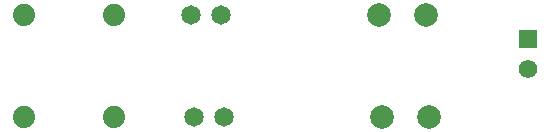
<source format=gbl>
G04 ---------------------------- Layer name :BOTTOM LAYER*
G04 EasyEDA v5.8.19, Thu, 25 Oct 2018 08:31:33 GMT*
G04 2e5d9beedaa44debafd178f78d873103*
G04 Gerber Generator version 0.2*
G04 Scale: 100 percent, Rotated: No, Reflected: No *
G04 Dimensions in millimeters *
G04 leading zeros omitted , absolute positions ,3 integer and 3 decimal *
%FSLAX33Y33*%
%MOMM*%
G90*
G71D02*

%ADD11R,1.574800X1.574800*%
%ADD12C,1.574800*%
%ADD13C,1.651000*%
%ADD14C,1.879600*%
%ADD15C,1.999996*%

%LPD*%
G54D11*
G01X49022Y13716D03*
G54D12*
G01X49022Y11176D03*
G54D13*
G01X23017Y15748D03*
G01X20477Y15748D03*
G01X23271Y7112D03*
G01X20731Y7112D03*
G54D14*
G01X6350Y15748D03*
G01X13970Y15748D03*
G01X6350Y7112D03*
G01X13970Y7112D03*
G54D15*
G01X40353Y15748D03*
G01X36354Y15748D03*
G01X40607Y7112D03*
G01X36608Y7112D03*
M00*
M02*

</source>
